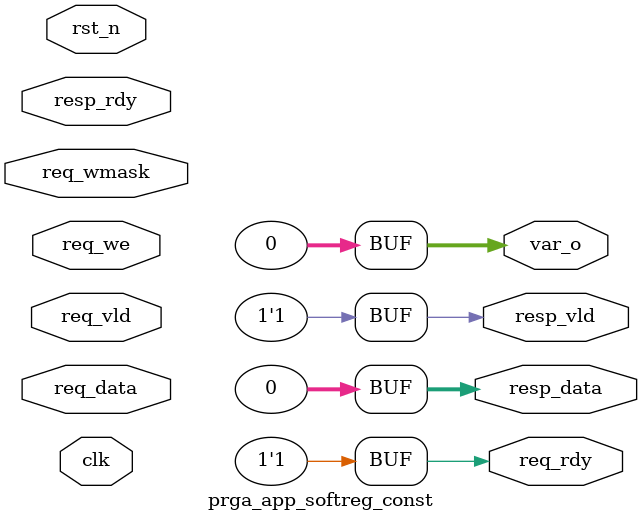
<source format=v>
module prga_app_softreg_const #(
    parameter   DATA_WIDTH  = 32
    , parameter RSTVAL      = 0
) (
    input wire                          clk
    , input wire                        rst_n

    // -- system-side --------------------------------------------------------
    // -- request --
    , output wire                       req_rdy
    , input wire                        req_vld
    , input wire                        req_we
    , input wire [DATA_WIDTH - 1:0]     req_wmask
    , input wire [DATA_WIDTH - 1:0]     req_data

    // -- response --
    , input wire                        resp_rdy
    , output wire                       resp_vld
    , output wire [DATA_WIDTH - 1:0]    resp_data

    // -- kernel-side --------------------------------------------------------
    , output wire [DATA_WIDTH - 1:0]    var_o
    );

    assign var_o = RSTVAL;
    assign req_rdy = 1'b1;  // always ready
    assign resp_vld = 1'b1; // always valid
    assign resp_data = RSTVAL;

endmodule

</source>
